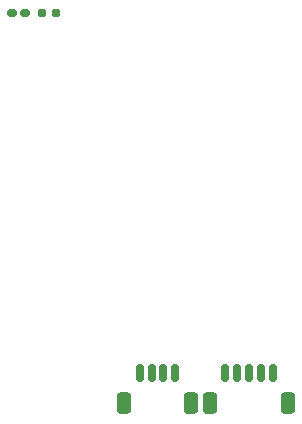
<source format=gtp>
G04 #@! TF.GenerationSoftware,KiCad,Pcbnew,(6.0.7)*
G04 #@! TF.CreationDate,2022-10-21T23:47:13+08:00*
G04 #@! TF.ProjectId,pcb_front,7063625f-6672-46f6-9e74-2e6b69636164,rev?*
G04 #@! TF.SameCoordinates,Original*
G04 #@! TF.FileFunction,Paste,Top*
G04 #@! TF.FilePolarity,Positive*
%FSLAX46Y46*%
G04 Gerber Fmt 4.6, Leading zero omitted, Abs format (unit mm)*
G04 Created by KiCad (PCBNEW (6.0.7)) date 2022-10-21 23:47:13*
%MOMM*%
%LPD*%
G01*
G04 APERTURE LIST*
G04 Aperture macros list*
%AMRoundRect*
0 Rectangle with rounded corners*
0 $1 Rounding radius*
0 $2 $3 $4 $5 $6 $7 $8 $9 X,Y pos of 4 corners*
0 Add a 4 corners polygon primitive as box body*
4,1,4,$2,$3,$4,$5,$6,$7,$8,$9,$2,$3,0*
0 Add four circle primitives for the rounded corners*
1,1,$1+$1,$2,$3*
1,1,$1+$1,$4,$5*
1,1,$1+$1,$6,$7*
1,1,$1+$1,$8,$9*
0 Add four rect primitives between the rounded corners*
20,1,$1+$1,$2,$3,$4,$5,0*
20,1,$1+$1,$4,$5,$6,$7,0*
20,1,$1+$1,$6,$7,$8,$9,0*
20,1,$1+$1,$8,$9,$2,$3,0*%
G04 Aperture macros list end*
%ADD10RoundRect,0.160000X-0.197500X-0.160000X0.197500X-0.160000X0.197500X0.160000X-0.197500X0.160000X0*%
%ADD11RoundRect,0.150000X0.150000X0.625000X-0.150000X0.625000X-0.150000X-0.625000X0.150000X-0.625000X0*%
%ADD12RoundRect,0.250000X0.350000X0.650000X-0.350000X0.650000X-0.350000X-0.650000X0.350000X-0.650000X0*%
%ADD13RoundRect,0.160000X-0.222500X-0.160000X0.222500X-0.160000X0.222500X0.160000X-0.222500X0.160000X0*%
G04 APERTURE END LIST*
D10*
X1702500Y1650000D03*
X2897500Y1650000D03*
D11*
X13000000Y-28825000D03*
X12000000Y-28825000D03*
X11000000Y-28825000D03*
X10000000Y-28825000D03*
D12*
X8700000Y-31350000D03*
X14300000Y-31350000D03*
D13*
X-845000Y1650000D03*
X300000Y1650000D03*
D11*
X21250000Y-28825000D03*
X20250000Y-28825000D03*
X19250000Y-28825000D03*
X18250000Y-28825000D03*
X17250000Y-28825000D03*
D12*
X15950000Y-31350000D03*
X22550000Y-31350000D03*
M02*

</source>
